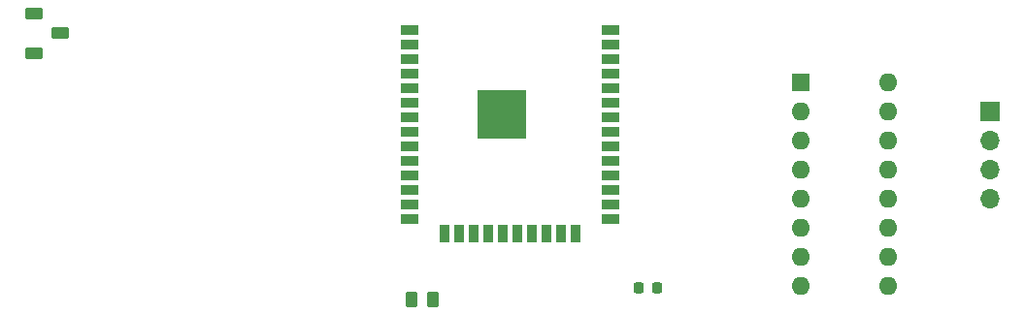
<source format=gbr>
%TF.GenerationSoftware,KiCad,Pcbnew,8.0.8*%
%TF.CreationDate,2025-02-10T17:27:11-08:00*%
%TF.ProjectId,display_pcb,64697370-6c61-4795-9f70-63622e6b6963,rev?*%
%TF.SameCoordinates,Original*%
%TF.FileFunction,Soldermask,Top*%
%TF.FilePolarity,Negative*%
%FSLAX46Y46*%
G04 Gerber Fmt 4.6, Leading zero omitted, Abs format (unit mm)*
G04 Created by KiCad (PCBNEW 8.0.8) date 2025-02-10 17:27:11*
%MOMM*%
%LPD*%
G01*
G04 APERTURE LIST*
G04 Aperture macros list*
%AMRoundRect*
0 Rectangle with rounded corners*
0 $1 Rounding radius*
0 $2 $3 $4 $5 $6 $7 $8 $9 X,Y pos of 4 corners*
0 Add a 4 corners polygon primitive as box body*
4,1,4,$2,$3,$4,$5,$6,$7,$8,$9,$2,$3,0*
0 Add four circle primitives for the rounded corners*
1,1,$1+$1,$2,$3*
1,1,$1+$1,$4,$5*
1,1,$1+$1,$6,$7*
1,1,$1+$1,$8,$9*
0 Add four rect primitives between the rounded corners*
20,1,$1+$1,$2,$3,$4,$5,0*
20,1,$1+$1,$4,$5,$6,$7,0*
20,1,$1+$1,$6,$7,$8,$9,0*
20,1,$1+$1,$8,$9,$2,$3,0*%
G04 Aperture macros list end*
%ADD10R,1.600000X1.600000*%
%ADD11O,1.600000X1.600000*%
%ADD12O,1.700000X1.700000*%
%ADD13R,1.700000X1.700000*%
%ADD14RoundRect,0.250000X-0.550000X0.250000X-0.550000X-0.250000X0.550000X-0.250000X0.550000X0.250000X0*%
%ADD15RoundRect,0.250000X-0.262500X-0.450000X0.262500X-0.450000X0.262500X0.450000X-0.262500X0.450000X0*%
%ADD16RoundRect,0.218750X-0.218750X-0.256250X0.218750X-0.256250X0.218750X0.256250X-0.218750X0.256250X0*%
%ADD17R,1.500000X0.900000*%
%ADD18R,0.900000X1.500000*%
%ADD19C,0.600000*%
%ADD20R,4.200000X4.200000*%
G04 APERTURE END LIST*
D10*
%TO.C,U2*%
X151587500Y-123500000D03*
D11*
X151587500Y-126040000D03*
X151587500Y-128580000D03*
X151587500Y-131120000D03*
X151587500Y-133660000D03*
X151587500Y-136200000D03*
X151587500Y-138740000D03*
X151587500Y-141280000D03*
X159207500Y-141280000D03*
X159207500Y-138740000D03*
X159207500Y-136200000D03*
X159207500Y-133660000D03*
X159207500Y-131120000D03*
X159207500Y-128580000D03*
X159207500Y-126040000D03*
X159207500Y-123500000D03*
%TD*%
D12*
%TO.C,M1*%
X168087500Y-133620000D03*
X168087500Y-131080000D03*
X168087500Y-128540000D03*
D13*
X168087500Y-126000000D03*
%TD*%
D14*
%TO.C,SW1*%
X84630000Y-120950000D03*
X86930000Y-119200000D03*
X84630000Y-117450000D03*
%TD*%
D15*
%TO.C,R1*%
X117605000Y-142450000D03*
X119430000Y-142450000D03*
%TD*%
D16*
%TO.C,D1*%
X137430000Y-141450000D03*
X139005000Y-141450000D03*
%TD*%
D17*
%TO.C,U1*%
X117430000Y-118950000D03*
X117430000Y-120220000D03*
X117430000Y-121490000D03*
X117430000Y-122760000D03*
X117430000Y-124030000D03*
X117430000Y-125300000D03*
X117430000Y-126570000D03*
X117430000Y-127840000D03*
X117430000Y-129110000D03*
X117430000Y-130380000D03*
X117430000Y-131650000D03*
X117430000Y-132920000D03*
X117430000Y-134190000D03*
X117430000Y-135460000D03*
D18*
X120470000Y-136710000D03*
X121740000Y-136710000D03*
X123010000Y-136710000D03*
X124280000Y-136710000D03*
X125550000Y-136710000D03*
X126820000Y-136710000D03*
X128090000Y-136710000D03*
X129360000Y-136710000D03*
X130630000Y-136710000D03*
X131900000Y-136710000D03*
D17*
X134930000Y-135460000D03*
X134930000Y-134190000D03*
X134930000Y-132920000D03*
X134930000Y-131650000D03*
X134930000Y-130380000D03*
X134930000Y-129110000D03*
X134930000Y-127840000D03*
X134930000Y-126570000D03*
X134930000Y-125300000D03*
X134930000Y-124030000D03*
X134930000Y-122760000D03*
X134930000Y-121490000D03*
X134930000Y-120220000D03*
X134930000Y-118950000D03*
D19*
X123975000Y-125527500D03*
X123975000Y-127052500D03*
X124737500Y-124765000D03*
X124737500Y-126290000D03*
X124737500Y-127815000D03*
X125500000Y-125527500D03*
D20*
X125500000Y-126290000D03*
D19*
X125500000Y-127052500D03*
X126262500Y-124765000D03*
X126262500Y-126290000D03*
X126262500Y-127815000D03*
X127025000Y-125527500D03*
X127025000Y-127052500D03*
%TD*%
M02*

</source>
